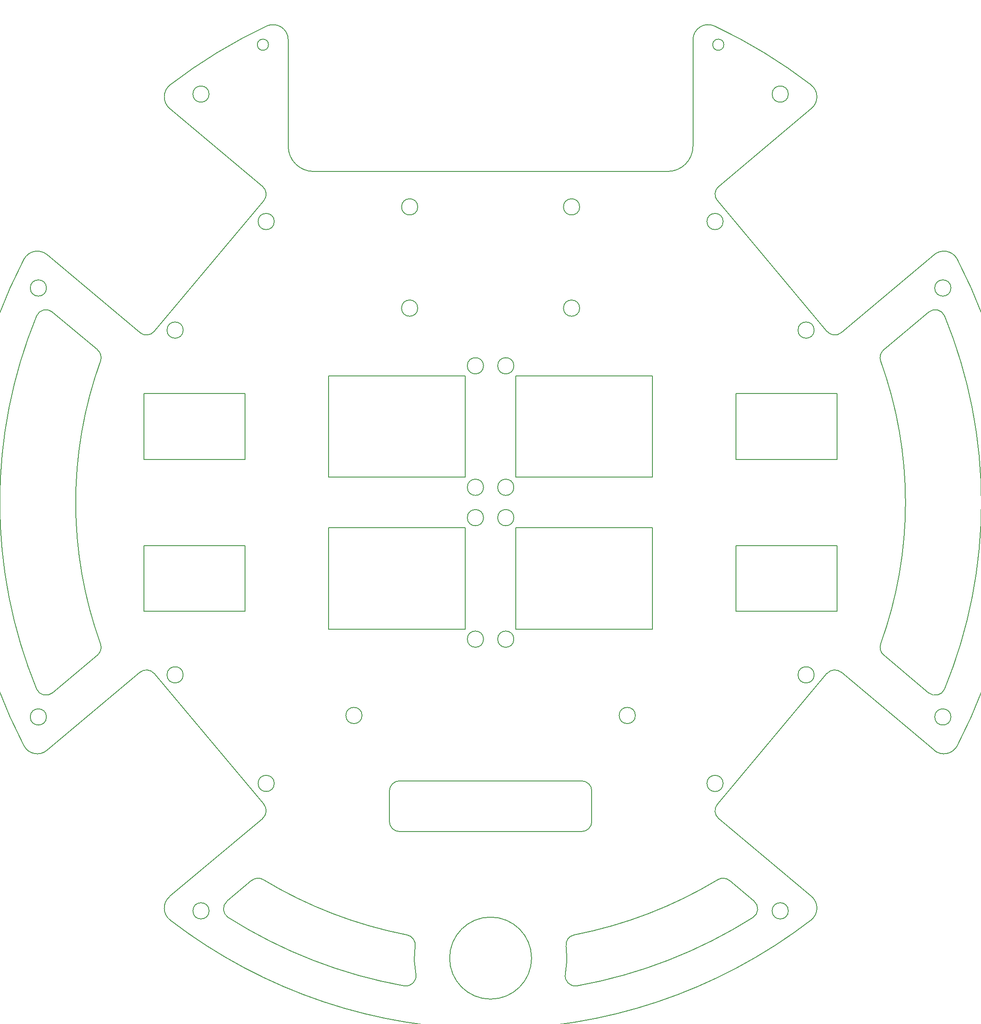
<source format=gm1>
G04 #@! TF.GenerationSoftware,KiCad,Pcbnew,7.0.9*
G04 #@! TF.CreationDate,2024-02-22T22:19:44+08:00*
G04 #@! TF.ProjectId,layer2,6c617965-7232-42e6-9b69-6361645f7063,rev?*
G04 #@! TF.SameCoordinates,Original*
G04 #@! TF.FileFunction,Profile,NP*
%FSLAX46Y46*%
G04 Gerber Fmt 4.6, Leading zero omitted, Abs format (unit mm)*
G04 Created by KiCad (PCBNEW 7.0.9) date 2024-02-22 22:19:44*
%MOMM*%
%LPD*%
G01*
G04 APERTURE LIST*
G04 #@! TA.AperFunction,Profile*
%ADD10C,0.200000*%
G04 #@! TD*
G04 APERTURE END LIST*
D10*
X142600000Y-86610723D02*
G75*
G03*
X142600000Y-86610723I-1600000J0D01*
G01*
X110600000Y-66610723D02*
G75*
G03*
X110600000Y-66610723I-1600000J0D01*
G01*
X110600000Y-86610723D02*
G75*
G03*
X110600000Y-86610723I-1600000J0D01*
G01*
X142600000Y-66610723D02*
G75*
G03*
X142600000Y-66610723I-1600000J0D01*
G01*
X84999977Y-54610723D02*
G75*
G03*
X90000000Y-59610723I5000023J23D01*
G01*
X160000000Y-59610723D02*
X90000000Y-59610723D01*
X160000000Y-59610700D02*
G75*
G03*
X165000000Y-54610723I0J5000000D01*
G01*
X165000000Y-33610723D02*
X165000000Y-54610723D01*
X169277237Y-30896171D02*
G75*
G03*
X165000000Y-33610723I-1277237J-2714529D01*
G01*
X188320727Y-42498574D02*
G75*
G03*
X169277228Y-30896191I-63320727J-82501426D01*
G01*
X188422529Y-47176553D02*
G75*
G03*
X188320728Y-42498574I-1928359J2298133D01*
G01*
X170070846Y-62575448D02*
X188422531Y-47176555D01*
X170070815Y-62575411D02*
G75*
G03*
X169824332Y-65393112I1285585J-1532089D01*
G01*
X191484989Y-91207277D02*
X169824332Y-65393112D01*
X191485013Y-91207257D02*
G75*
G03*
X194302653Y-91453791I1532087J1285557D01*
G01*
X212654339Y-76054899D02*
X194302653Y-91453791D01*
X217243571Y-76967481D02*
G75*
G03*
X212654339Y-76054899I-2660871J-1385549D01*
G01*
X217243574Y-173032521D02*
G75*
G03*
X217243574Y-76967479I-92243574J48032521D01*
G01*
X212654331Y-173945110D02*
G75*
G03*
X217243574Y-173032521I1928369J2298110D01*
G01*
X194302653Y-158546209D02*
X212654339Y-173945101D01*
X194302673Y-158546186D02*
G75*
G03*
X191484989Y-158792723I-1285573J-1532114D01*
G01*
X169824332Y-184606888D02*
X191484989Y-158792723D01*
X169824329Y-184606886D02*
G75*
G03*
X170070846Y-187424552I1532091J-1285574D01*
G01*
X188422531Y-202823445D02*
X170070846Y-187424552D01*
X188320729Y-207501429D02*
G75*
G03*
X188422531Y-202823445I-1826559J2379849D01*
G01*
X61679272Y-207501427D02*
G75*
G03*
X188320728Y-207501427I63320728J82501428D01*
G01*
X61577490Y-202823470D02*
G75*
G03*
X61679272Y-207501427I1928310J-2298130D01*
G01*
X79929154Y-187424552D02*
X61577469Y-202823445D01*
X79929185Y-187424589D02*
G75*
G03*
X80175668Y-184606888I-1285585J1532089D01*
G01*
X58515011Y-158792723D02*
X80175668Y-184606888D01*
X58514987Y-158792743D02*
G75*
G03*
X55697347Y-158546209I-1532087J-1285557D01*
G01*
X37345661Y-173945101D02*
X55697347Y-158546209D01*
X32756437Y-173032515D02*
G75*
G03*
X37345661Y-173945101I2660863J1385515D01*
G01*
X32756426Y-76967479D02*
G75*
G03*
X32756426Y-173032521I92243574J-48032521D01*
G01*
X37345669Y-76054890D02*
G75*
G03*
X32756426Y-76967479I-1928369J-2298110D01*
G01*
X55697347Y-91453791D02*
X37345661Y-76054899D01*
X55697327Y-91453814D02*
G75*
G03*
X58515011Y-91207277I1285573J1532114D01*
G01*
X80175668Y-65393112D02*
X58515011Y-91207277D01*
X80175630Y-65393080D02*
G75*
G03*
X79929154Y-62575448I-1532030J1285580D01*
G01*
X61577469Y-47176555D02*
X79929154Y-62575448D01*
X61679252Y-42498547D02*
G75*
G03*
X61577469Y-47176555I1826548J-2379853D01*
G01*
X80722772Y-30896190D02*
G75*
G03*
X61679272Y-42498573I44277228J-94103810D01*
G01*
X84999979Y-33610723D02*
G75*
G03*
X80722772Y-30896190I-2999979J23D01*
G01*
X85000000Y-54610723D02*
X85000000Y-33610723D01*
X193500000Y-103500000D02*
X193500000Y-116500000D01*
X173500000Y-103500000D02*
X193500000Y-103500000D01*
X173500000Y-116500000D02*
X173500000Y-103500000D01*
X193500000Y-116500000D02*
X173500000Y-116500000D01*
X93000000Y-130000000D02*
X120000000Y-130000000D01*
X93000000Y-150000000D02*
X93000000Y-130000000D01*
X120000000Y-150000000D02*
X93000000Y-150000000D01*
X120000000Y-130000000D02*
X120000000Y-150000000D01*
X129600000Y-128000000D02*
G75*
G03*
X129600000Y-128000000I-1600000J0D01*
G01*
X129600000Y-122000000D02*
G75*
G03*
X129600000Y-122000000I-1600000J0D01*
G01*
X56500000Y-146500000D02*
X56500000Y-133500000D01*
X76500000Y-146500000D02*
X56500000Y-146500000D01*
X76500000Y-133500000D02*
X76500000Y-146500000D01*
X56500000Y-133500000D02*
X76500000Y-133500000D01*
X123600000Y-98000000D02*
G75*
G03*
X123600000Y-98000000I-1600000J0D01*
G01*
X123600000Y-122000000D02*
G75*
G03*
X123600000Y-122000000I-1600000J0D01*
G01*
X157000000Y-100000000D02*
X157000000Y-120000000D01*
X130000000Y-100000000D02*
X157000000Y-100000000D01*
X130000000Y-120000000D02*
X130000000Y-100000000D01*
X157000000Y-120000000D02*
X130000000Y-120000000D01*
X129600000Y-98000000D02*
G75*
G03*
X129600000Y-98000000I-1600000J0D01*
G01*
X170957501Y-180496065D02*
G75*
G03*
X170957501Y-180496065I-1600000J0D01*
G01*
X64244446Y-159046820D02*
G75*
G03*
X64244446Y-159046820I-1600000J0D01*
G01*
X153612016Y-167075539D02*
G75*
G03*
X153612016Y-167075539I-1600000J0D01*
G01*
X37219487Y-82636026D02*
G75*
G03*
X37219487Y-82636026I-1600000J0D01*
G01*
X37219487Y-167363974D02*
G75*
G03*
X37219487Y-167363974I-1600000J0D01*
G01*
X38404256Y-162613576D02*
X47308049Y-155142407D01*
X35268581Y-161841084D02*
G75*
G03*
X38404256Y-162613575I1850119J759584D01*
G01*
X35268549Y-88158902D02*
G75*
G03*
X35268549Y-161841098I89731451J-36841098D01*
G01*
X38404278Y-87386398D02*
G75*
G03*
X35268549Y-88158902I-1285578J-1532102D01*
G01*
X47308049Y-94857593D02*
X38404256Y-87386424D01*
X47902917Y-97070889D02*
G75*
G03*
X47308049Y-94857593I-1880417J681189D01*
G01*
X47902892Y-97070880D02*
G75*
G03*
X47902892Y-152929120I77097108J-27929120D01*
G01*
X47308031Y-155142386D02*
G75*
G03*
X47902891Y-152929120I-1285531J1532086D01*
G01*
X183841133Y-44333804D02*
G75*
G03*
X183841133Y-44333804I-1600000J0D01*
G01*
X99587984Y-167075539D02*
G75*
G03*
X99587984Y-167075539I-1600000J0D01*
G01*
X211595744Y-87386424D02*
X202691951Y-94857593D01*
X214731419Y-88158916D02*
G75*
G03*
X211595744Y-87386425I-1850119J-759584D01*
G01*
X214731451Y-161841098D02*
G75*
G03*
X214731451Y-88158902I-89731451J36841098D01*
G01*
X211595722Y-162613602D02*
G75*
G03*
X214731451Y-161841098I1285578J1532102D01*
G01*
X202691951Y-155142407D02*
X211595744Y-162613576D01*
X202097083Y-152929111D02*
G75*
G03*
X202691951Y-155142407I1880417J-681189D01*
G01*
X202097108Y-152929120D02*
G75*
G03*
X202097108Y-97070880I-77097108J27929120D01*
G01*
X202691969Y-94857614D02*
G75*
G03*
X202097109Y-97070880I1285531J-1532086D01*
G01*
X69358867Y-44333804D02*
G75*
G03*
X69358867Y-44333804I-1600000J0D01*
G01*
X105000000Y-182000000D02*
X105000000Y-188000000D01*
X107000000Y-180000000D02*
G75*
G03*
X105000000Y-182000000I0J-2000000D01*
G01*
X143000000Y-180000000D02*
X107000000Y-180000000D01*
X145000000Y-182000000D02*
G75*
G03*
X143000000Y-180000000I-2000000J0D01*
G01*
X145000000Y-188000000D02*
X145000000Y-182000000D01*
X143000000Y-190000000D02*
G75*
G03*
X145000000Y-188000000I0J2000000D01*
G01*
X107000000Y-190000000D02*
X143000000Y-190000000D01*
X105000000Y-188000000D02*
G75*
G03*
X107000000Y-190000000I2000000J0D01*
G01*
X215980513Y-82636026D02*
G75*
G03*
X215980513Y-82636026I-1600000J0D01*
G01*
X69358867Y-205666196D02*
G75*
G03*
X69358867Y-205666196I-1600000J0D01*
G01*
X82242499Y-180496065D02*
G75*
G03*
X82242499Y-180496065I-1600000J0D01*
G01*
X171100000Y-34578763D02*
G75*
G03*
X171100000Y-34578763I-1100000J0D01*
G01*
X215980513Y-167363974D02*
G75*
G03*
X215980513Y-167363974I-1600000J0D01*
G01*
X183841133Y-205666196D02*
G75*
G03*
X183841133Y-205666196I-1600000J0D01*
G01*
X81100000Y-34578763D02*
G75*
G03*
X81100000Y-34578763I-1100000J0D01*
G01*
X120000000Y-100000000D02*
X120000000Y-120000000D01*
X93000000Y-100000000D02*
X120000000Y-100000000D01*
X93000000Y-120000000D02*
X93000000Y-100000000D01*
X120000000Y-120000000D02*
X93000000Y-120000000D01*
X76500000Y-116500000D02*
X56500000Y-116500000D01*
X76500000Y-103500000D02*
X76500000Y-116500000D01*
X56500000Y-103500000D02*
X76500000Y-103500000D01*
X56500000Y-116500000D02*
X56500000Y-103500000D01*
X141518522Y-210417435D02*
G75*
G03*
X169920141Y-199506247I-16518522J85417435D01*
G01*
X172238588Y-199686830D02*
G75*
G03*
X169920141Y-199506247I-1285588J-1532070D01*
G01*
X177079335Y-203748631D02*
X172238622Y-199686790D01*
X176863082Y-206970809D02*
G75*
G03*
X177079334Y-203748632I-1069282J1690109D01*
G01*
X142087281Y-220483112D02*
G75*
G03*
X176863102Y-206970839I-17087281J95483112D01*
G01*
X139777712Y-218103360D02*
G75*
G03*
X142087281Y-220483113I1957288J-411040D01*
G01*
X139777660Y-218103349D02*
G75*
G03*
X139921854Y-212687365I-14777660J3103349D01*
G01*
X141518525Y-210417454D02*
G75*
G03*
X139921854Y-212687365I379775J-1963646D01*
G01*
X80079606Y-199506094D02*
G75*
G03*
X108481478Y-210417435I44920394J74506094D01*
G01*
X110078163Y-212687368D02*
G75*
G03*
X108481478Y-210417437I-1976463J306268D01*
G01*
X110078146Y-212687365D02*
G75*
G03*
X110222340Y-218103349I14921854J-2312635D01*
G01*
X107912710Y-220483164D02*
G75*
G03*
X110222339Y-218103349I352290J1968764D01*
G01*
X73136898Y-206970840D02*
G75*
G03*
X107912719Y-220483113I51863102J81970840D01*
G01*
X72920642Y-203748604D02*
G75*
G03*
X73136899Y-206970839I1285558J-1532096D01*
G01*
X77761378Y-199686790D02*
X72920665Y-203748631D01*
X80079633Y-199506050D02*
G75*
G03*
X77761378Y-199686790I-1032633J-1712850D01*
G01*
X133100000Y-215000000D02*
G75*
G03*
X133100000Y-215000000I-8100000J0D01*
G01*
X129600000Y-152000000D02*
G75*
G03*
X129600000Y-152000000I-1600000J0D01*
G01*
X130000000Y-150000000D02*
X130000000Y-130000000D01*
X157000000Y-150000000D02*
X130000000Y-150000000D01*
X157000000Y-130000000D02*
X157000000Y-150000000D01*
X130000000Y-130000000D02*
X157000000Y-130000000D01*
X123600000Y-152000000D02*
G75*
G03*
X123600000Y-152000000I-1600000J0D01*
G01*
X82242499Y-69503935D02*
G75*
G03*
X82242499Y-69503935I-1600000J0D01*
G01*
X193500000Y-146500000D02*
X173500000Y-146500000D01*
X193500000Y-133500000D02*
X193500000Y-146500000D01*
X173500000Y-133500000D02*
X193500000Y-133500000D01*
X173500000Y-146500000D02*
X173500000Y-133500000D01*
X64244446Y-90953180D02*
G75*
G03*
X64244446Y-90953180I-1600000J0D01*
G01*
X123600000Y-128000000D02*
G75*
G03*
X123600000Y-128000000I-1600000J0D01*
G01*
X188955554Y-159046820D02*
G75*
G03*
X188955554Y-159046820I-1600000J0D01*
G01*
X188955554Y-90953180D02*
G75*
G03*
X188955554Y-90953180I-1600000J0D01*
G01*
X170957501Y-69503935D02*
G75*
G03*
X170957501Y-69503935I-1600000J0D01*
G01*
M02*

</source>
